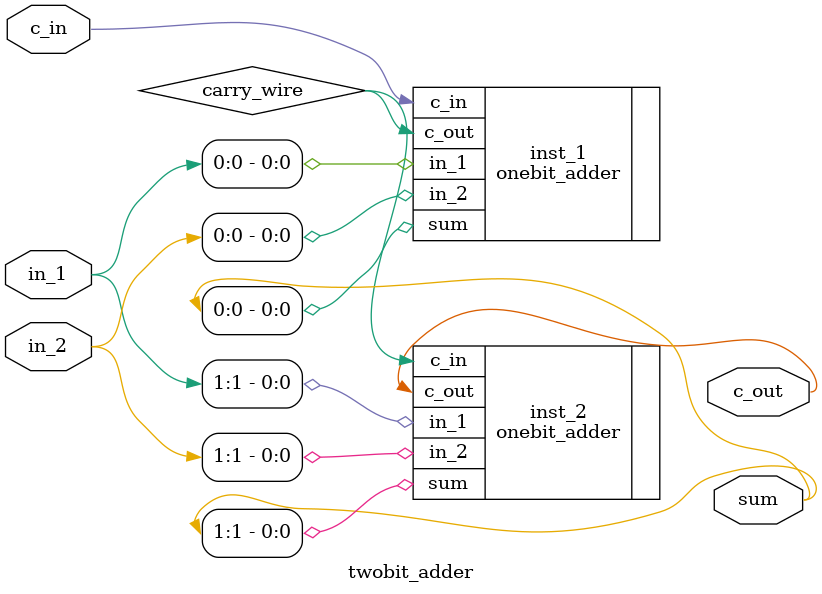
<source format=v>
`timescale 1ns / 1ps
module twobit_adder(
    input [1:0] in_1,
    input [1:0] in_2,
    input c_in,
    output [1:0] sum,
    output c_out
    );
	// Declare wire to connect both adders
	wire carry_wire;
	// Instantiate adder 1
	onebit_adder inst_1(
								.in_1(in_1[0]),
								.in_2(in_2[0]),
								.c_in(c_in),
								.c_out(carry_wire),
								.sum(sum[0])
								);
	// Instantiate adder 2
	onebit_adder inst_2(
								.in_1(in_1[1]),
								.in_2(in_2[1]),
								.c_in(carry_wire),
								.c_out(c_out),
								.sum(sum[1])
								);

endmodule

</source>
